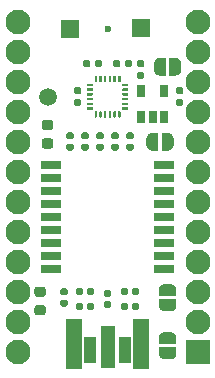
<source format=gbr>
%TF.GenerationSoftware,KiCad,Pcbnew,5.1.9+dfsg1-1~bpo10+1*%
%TF.CreationDate,Date%
%TF.ProjectId,POS,504f532e-6b69-4636-9164-5f7063625858,v3.3*%
%TF.SameCoordinates,Original*%
%TF.FileFunction,Soldermask,Top*%
%TF.FilePolarity,Negative*%
%FSLAX46Y46*%
G04 Gerber Fmt 4.6, Leading zero omitted, Abs format (unit mm)*
G04 Created by KiCad*
%MOMM*%
%LPD*%
G01*
G04 APERTURE LIST*
%ADD10R,2.100000X2.100000*%
%ADD11C,2.100000*%
%ADD12C,0.600000*%
%ADD13R,0.650000X1.060000*%
%ADD14C,1.500000*%
%ADD15C,0.100000*%
%ADD16R,1.500000X1.500000*%
%ADD17R,1.050000X2.200000*%
%ADD18R,1.000000X1.050000*%
%ADD19R,1.270000X3.600000*%
%ADD20R,1.350000X4.200000*%
%ADD21R,1.800000X0.700000*%
%ADD22R,1.800000X0.800000*%
G04 APERTURE END LIST*
D10*
%TO.C,A1*%
X0Y0D03*
D11*
X0Y2540000D03*
X0Y5080000D03*
X-15240000Y27940000D03*
X0Y7620000D03*
X-15240000Y25400000D03*
X0Y10160000D03*
X-15240000Y22860000D03*
X0Y12700000D03*
X-15240000Y20320000D03*
X0Y15240000D03*
X-15240000Y17780000D03*
X0Y17780000D03*
X-15240000Y15240000D03*
X0Y20320000D03*
X-15240000Y12700000D03*
X0Y22860000D03*
X-15240000Y10160000D03*
X0Y25400000D03*
X-15240000Y7620000D03*
X0Y27940000D03*
X-15240000Y5080000D03*
X-15240000Y2540000D03*
X-15240000Y0D03*
%TD*%
%TO.C,R5*%
G36*
G01*
X-5542500Y17970000D02*
X-5887500Y17970000D01*
G75*
G02*
X-6035000Y18117500I0J147500D01*
G01*
X-6035000Y18412500D01*
G75*
G02*
X-5887500Y18560000I147500J0D01*
G01*
X-5542500Y18560000D01*
G75*
G02*
X-5395000Y18412500I0J-147500D01*
G01*
X-5395000Y18117500D01*
G75*
G02*
X-5542500Y17970000I-147500J0D01*
G01*
G37*
G36*
G01*
X-5542500Y17000000D02*
X-5887500Y17000000D01*
G75*
G02*
X-6035000Y17147500I0J147500D01*
G01*
X-6035000Y17442500D01*
G75*
G02*
X-5887500Y17590000I147500J0D01*
G01*
X-5542500Y17590000D01*
G75*
G02*
X-5395000Y17442500I0J-147500D01*
G01*
X-5395000Y17147500D01*
G75*
G02*
X-5542500Y17000000I-147500J0D01*
G01*
G37*
%TD*%
%TO.C,R4*%
G36*
G01*
X-6812500Y17970000D02*
X-7157500Y17970000D01*
G75*
G02*
X-7305000Y18117500I0J147500D01*
G01*
X-7305000Y18412500D01*
G75*
G02*
X-7157500Y18560000I147500J0D01*
G01*
X-6812500Y18560000D01*
G75*
G02*
X-6665000Y18412500I0J-147500D01*
G01*
X-6665000Y18117500D01*
G75*
G02*
X-6812500Y17970000I-147500J0D01*
G01*
G37*
G36*
G01*
X-6812500Y17000000D02*
X-7157500Y17000000D01*
G75*
G02*
X-7305000Y17147500I0J147500D01*
G01*
X-7305000Y17442500D01*
G75*
G02*
X-7157500Y17590000I147500J0D01*
G01*
X-6812500Y17590000D01*
G75*
G02*
X-6665000Y17442500I0J-147500D01*
G01*
X-6665000Y17147500D01*
G75*
G02*
X-6812500Y17000000I-147500J0D01*
G01*
G37*
%TD*%
D12*
%TO.C,H2*%
X-7620000Y27305000D03*
%TD*%
D13*
%TO.C,U2*%
X-4760000Y22055000D03*
X-2860000Y22055000D03*
X-2860000Y19855000D03*
X-3810000Y19855000D03*
X-4760000Y19855000D03*
%TD*%
%TO.C,C3*%
G36*
G01*
X-4653500Y24066000D02*
X-4998500Y24066000D01*
G75*
G02*
X-5146000Y24213500I0J147500D01*
G01*
X-5146000Y24508500D01*
G75*
G02*
X-4998500Y24656000I147500J0D01*
G01*
X-4653500Y24656000D01*
G75*
G02*
X-4506000Y24508500I0J-147500D01*
G01*
X-4506000Y24213500D01*
G75*
G02*
X-4653500Y24066000I-147500J0D01*
G01*
G37*
G36*
G01*
X-4653500Y23096000D02*
X-4998500Y23096000D01*
G75*
G02*
X-5146000Y23243500I0J147500D01*
G01*
X-5146000Y23538500D01*
G75*
G02*
X-4998500Y23686000I147500J0D01*
G01*
X-4653500Y23686000D01*
G75*
G02*
X-4506000Y23538500I0J-147500D01*
G01*
X-4506000Y23243500D01*
G75*
G02*
X-4653500Y23096000I-147500J0D01*
G01*
G37*
%TD*%
%TO.C,C2*%
G36*
G01*
X-1351500Y21780000D02*
X-1696500Y21780000D01*
G75*
G02*
X-1844000Y21927500I0J147500D01*
G01*
X-1844000Y22222500D01*
G75*
G02*
X-1696500Y22370000I147500J0D01*
G01*
X-1351500Y22370000D01*
G75*
G02*
X-1204000Y22222500I0J-147500D01*
G01*
X-1204000Y21927500D01*
G75*
G02*
X-1351500Y21780000I-147500J0D01*
G01*
G37*
G36*
G01*
X-1351500Y20810000D02*
X-1696500Y20810000D01*
G75*
G02*
X-1844000Y20957500I0J147500D01*
G01*
X-1844000Y21252500D01*
G75*
G02*
X-1696500Y21400000I147500J0D01*
G01*
X-1351500Y21400000D01*
G75*
G02*
X-1204000Y21252500I0J-147500D01*
G01*
X-1204000Y20957500D01*
G75*
G02*
X-1351500Y20810000I-147500J0D01*
G01*
G37*
%TD*%
%TO.C,C1*%
G36*
G01*
X-8427500Y17590000D02*
X-8082500Y17590000D01*
G75*
G02*
X-7935000Y17442500I0J-147500D01*
G01*
X-7935000Y17147500D01*
G75*
G02*
X-8082500Y17000000I-147500J0D01*
G01*
X-8427500Y17000000D01*
G75*
G02*
X-8575000Y17147500I0J147500D01*
G01*
X-8575000Y17442500D01*
G75*
G02*
X-8427500Y17590000I147500J0D01*
G01*
G37*
G36*
G01*
X-8427500Y18560000D02*
X-8082500Y18560000D01*
G75*
G02*
X-7935000Y18412500I0J-147500D01*
G01*
X-7935000Y18117500D01*
G75*
G02*
X-8082500Y17970000I-147500J0D01*
G01*
X-8427500Y17970000D01*
G75*
G02*
X-8575000Y18117500I0J147500D01*
G01*
X-8575000Y18412500D01*
G75*
G02*
X-8427500Y18560000I147500J0D01*
G01*
G37*
%TD*%
D14*
%TO.C,TP4*%
X-12700000Y21590000D03*
%TD*%
D15*
%TO.C,JP1*%
G36*
X-1890000Y24879398D02*
G01*
X-1865466Y24879398D01*
X-1816635Y24874588D01*
X-1768510Y24865016D01*
X-1721555Y24850772D01*
X-1676222Y24831995D01*
X-1632949Y24808864D01*
X-1592150Y24781604D01*
X-1554221Y24750476D01*
X-1519524Y24715779D01*
X-1488396Y24677850D01*
X-1461136Y24637051D01*
X-1438005Y24593778D01*
X-1419228Y24548445D01*
X-1404984Y24501490D01*
X-1395412Y24453365D01*
X-1390602Y24404534D01*
X-1390602Y24380000D01*
X-1390000Y24380000D01*
X-1390000Y23880000D01*
X-1390602Y23880000D01*
X-1390602Y23855466D01*
X-1395412Y23806635D01*
X-1404984Y23758510D01*
X-1419228Y23711555D01*
X-1438005Y23666222D01*
X-1461136Y23622949D01*
X-1488396Y23582150D01*
X-1519524Y23544221D01*
X-1554221Y23509524D01*
X-1592150Y23478396D01*
X-1632949Y23451136D01*
X-1676222Y23428005D01*
X-1721555Y23409228D01*
X-1768510Y23394984D01*
X-1816635Y23385412D01*
X-1865466Y23380602D01*
X-1890000Y23380602D01*
X-1890000Y23380000D01*
X-2390000Y23380000D01*
X-2390000Y24880000D01*
X-1890000Y24880000D01*
X-1890000Y24879398D01*
G37*
G36*
X-2690000Y23380000D02*
G01*
X-3190000Y23380000D01*
X-3190000Y23380602D01*
X-3214534Y23380602D01*
X-3263365Y23385412D01*
X-3311490Y23394984D01*
X-3358445Y23409228D01*
X-3403778Y23428005D01*
X-3447051Y23451136D01*
X-3487850Y23478396D01*
X-3525779Y23509524D01*
X-3560476Y23544221D01*
X-3591604Y23582150D01*
X-3618864Y23622949D01*
X-3641995Y23666222D01*
X-3660772Y23711555D01*
X-3675016Y23758510D01*
X-3684588Y23806635D01*
X-3689398Y23855466D01*
X-3689398Y23880000D01*
X-3690000Y23880000D01*
X-3690000Y24380000D01*
X-3689398Y24380000D01*
X-3689398Y24404534D01*
X-3684588Y24453365D01*
X-3675016Y24501490D01*
X-3660772Y24548445D01*
X-3641995Y24593778D01*
X-3618864Y24637051D01*
X-3591604Y24677850D01*
X-3560476Y24715779D01*
X-3525779Y24750476D01*
X-3487850Y24781604D01*
X-3447051Y24808864D01*
X-3403778Y24831995D01*
X-3358445Y24850772D01*
X-3311490Y24865016D01*
X-3263365Y24874588D01*
X-3214534Y24879398D01*
X-3190000Y24879398D01*
X-3190000Y24880000D01*
X-2690000Y24880000D01*
X-2690000Y23380000D01*
G37*
%TD*%
%TO.C,JP3*%
G36*
X-3290000Y4722000D02*
G01*
X-3290000Y5222000D01*
X-3289398Y5222000D01*
X-3289398Y5246534D01*
X-3284588Y5295365D01*
X-3275016Y5343490D01*
X-3260772Y5390445D01*
X-3241995Y5435778D01*
X-3218864Y5479051D01*
X-3191604Y5519850D01*
X-3160476Y5557779D01*
X-3125779Y5592476D01*
X-3087850Y5623604D01*
X-3047051Y5650864D01*
X-3003778Y5673995D01*
X-2958445Y5692772D01*
X-2911490Y5707016D01*
X-2863365Y5716588D01*
X-2814534Y5721398D01*
X-2790000Y5721398D01*
X-2790000Y5722000D01*
X-2290000Y5722000D01*
X-2290000Y5721398D01*
X-2265466Y5721398D01*
X-2216635Y5716588D01*
X-2168510Y5707016D01*
X-2121555Y5692772D01*
X-2076222Y5673995D01*
X-2032949Y5650864D01*
X-1992150Y5623604D01*
X-1954221Y5592476D01*
X-1919524Y5557779D01*
X-1888396Y5519850D01*
X-1861136Y5479051D01*
X-1838005Y5435778D01*
X-1819228Y5390445D01*
X-1804984Y5343490D01*
X-1795412Y5295365D01*
X-1790602Y5246534D01*
X-1790602Y5222000D01*
X-1790000Y5222000D01*
X-1790000Y4722000D01*
X-3290000Y4722000D01*
G37*
G36*
X-1790602Y3922000D02*
G01*
X-1790602Y3897466D01*
X-1795412Y3848635D01*
X-1804984Y3800510D01*
X-1819228Y3753555D01*
X-1838005Y3708222D01*
X-1861136Y3664949D01*
X-1888396Y3624150D01*
X-1919524Y3586221D01*
X-1954221Y3551524D01*
X-1992150Y3520396D01*
X-2032949Y3493136D01*
X-2076222Y3470005D01*
X-2121555Y3451228D01*
X-2168510Y3436984D01*
X-2216635Y3427412D01*
X-2265466Y3422602D01*
X-2290000Y3422602D01*
X-2290000Y3422000D01*
X-2790000Y3422000D01*
X-2790000Y3422602D01*
X-2814534Y3422602D01*
X-2863365Y3427412D01*
X-2911490Y3436984D01*
X-2958445Y3451228D01*
X-3003778Y3470005D01*
X-3047051Y3493136D01*
X-3087850Y3520396D01*
X-3125779Y3551524D01*
X-3160476Y3586221D01*
X-3191604Y3624150D01*
X-3218864Y3664949D01*
X-3241995Y3708222D01*
X-3260772Y3753555D01*
X-3275016Y3800510D01*
X-3284588Y3848635D01*
X-3289398Y3897466D01*
X-3289398Y3922000D01*
X-3290000Y3922000D01*
X-3290000Y4422000D01*
X-1790000Y4422000D01*
X-1790000Y3922000D01*
X-1790602Y3922000D01*
G37*
%TD*%
%TO.C,C4*%
G36*
G01*
X-9697500Y17590000D02*
X-9352500Y17590000D01*
G75*
G02*
X-9205000Y17442500I0J-147500D01*
G01*
X-9205000Y17147500D01*
G75*
G02*
X-9352500Y17000000I-147500J0D01*
G01*
X-9697500Y17000000D01*
G75*
G02*
X-9845000Y17147500I0J147500D01*
G01*
X-9845000Y17442500D01*
G75*
G02*
X-9697500Y17590000I147500J0D01*
G01*
G37*
G36*
G01*
X-9697500Y18560000D02*
X-9352500Y18560000D01*
G75*
G02*
X-9205000Y18412500I0J-147500D01*
G01*
X-9205000Y18117500D01*
G75*
G02*
X-9352500Y17970000I-147500J0D01*
G01*
X-9697500Y17970000D01*
G75*
G02*
X-9845000Y18117500I0J147500D01*
G01*
X-9845000Y18412500D01*
G75*
G02*
X-9697500Y18560000I147500J0D01*
G01*
G37*
%TD*%
%TO.C,C7*%
G36*
G01*
X-10332500Y21400000D02*
X-9987500Y21400000D01*
G75*
G02*
X-9840000Y21252500I0J-147500D01*
G01*
X-9840000Y20957500D01*
G75*
G02*
X-9987500Y20810000I-147500J0D01*
G01*
X-10332500Y20810000D01*
G75*
G02*
X-10480000Y20957500I0J147500D01*
G01*
X-10480000Y21252500D01*
G75*
G02*
X-10332500Y21400000I147500J0D01*
G01*
G37*
G36*
G01*
X-10332500Y22370000D02*
X-9987500Y22370000D01*
G75*
G02*
X-9840000Y22222500I0J-147500D01*
G01*
X-9840000Y21927500D01*
G75*
G02*
X-9987500Y21780000I-147500J0D01*
G01*
X-10332500Y21780000D01*
G75*
G02*
X-10480000Y21927500I0J147500D01*
G01*
X-10480000Y22222500D01*
G75*
G02*
X-10332500Y22370000I147500J0D01*
G01*
G37*
%TD*%
%TO.C,C9*%
G36*
G01*
X-11475500Y4405000D02*
X-11130500Y4405000D01*
G75*
G02*
X-10983000Y4257500I0J-147500D01*
G01*
X-10983000Y3962500D01*
G75*
G02*
X-11130500Y3815000I-147500J0D01*
G01*
X-11475500Y3815000D01*
G75*
G02*
X-11623000Y3962500I0J147500D01*
G01*
X-11623000Y4257500D01*
G75*
G02*
X-11475500Y4405000I147500J0D01*
G01*
G37*
G36*
G01*
X-11475500Y5375000D02*
X-11130500Y5375000D01*
G75*
G02*
X-10983000Y5227500I0J-147500D01*
G01*
X-10983000Y4932500D01*
G75*
G02*
X-11130500Y4785000I-147500J0D01*
G01*
X-11475500Y4785000D01*
G75*
G02*
X-11623000Y4932500I0J147500D01*
G01*
X-11623000Y5227500D01*
G75*
G02*
X-11475500Y5375000I147500J0D01*
G01*
G37*
%TD*%
%TO.C,JP4*%
G36*
X-3825000Y17030602D02*
G01*
X-3849534Y17030602D01*
X-3898365Y17035412D01*
X-3946490Y17044984D01*
X-3993445Y17059228D01*
X-4038778Y17078005D01*
X-4082051Y17101136D01*
X-4122850Y17128396D01*
X-4160779Y17159524D01*
X-4195476Y17194221D01*
X-4226604Y17232150D01*
X-4253864Y17272949D01*
X-4276995Y17316222D01*
X-4295772Y17361555D01*
X-4310016Y17408510D01*
X-4319588Y17456635D01*
X-4324398Y17505466D01*
X-4324398Y17530000D01*
X-4325000Y17530000D01*
X-4325000Y18030000D01*
X-4324398Y18030000D01*
X-4324398Y18054534D01*
X-4319588Y18103365D01*
X-4310016Y18151490D01*
X-4295772Y18198445D01*
X-4276995Y18243778D01*
X-4253864Y18287051D01*
X-4226604Y18327850D01*
X-4195476Y18365779D01*
X-4160779Y18400476D01*
X-4122850Y18431604D01*
X-4082051Y18458864D01*
X-4038778Y18481995D01*
X-3993445Y18500772D01*
X-3946490Y18515016D01*
X-3898365Y18524588D01*
X-3849534Y18529398D01*
X-3825000Y18529398D01*
X-3825000Y18530000D01*
X-3325000Y18530000D01*
X-3325000Y17030000D01*
X-3825000Y17030000D01*
X-3825000Y17030602D01*
G37*
G36*
X-3025000Y18530000D02*
G01*
X-2525000Y18530000D01*
X-2525000Y18529398D01*
X-2500466Y18529398D01*
X-2451635Y18524588D01*
X-2403510Y18515016D01*
X-2356555Y18500772D01*
X-2311222Y18481995D01*
X-2267949Y18458864D01*
X-2227150Y18431604D01*
X-2189221Y18400476D01*
X-2154524Y18365779D01*
X-2123396Y18327850D01*
X-2096136Y18287051D01*
X-2073005Y18243778D01*
X-2054228Y18198445D01*
X-2039984Y18151490D01*
X-2030412Y18103365D01*
X-2025602Y18054534D01*
X-2025602Y18030000D01*
X-2025000Y18030000D01*
X-2025000Y17530000D01*
X-2025602Y17530000D01*
X-2025602Y17505466D01*
X-2030412Y17456635D01*
X-2039984Y17408510D01*
X-2054228Y17361555D01*
X-2073005Y17316222D01*
X-2096136Y17272949D01*
X-2123396Y17232150D01*
X-2154524Y17194221D01*
X-2189221Y17159524D01*
X-2227150Y17128396D01*
X-2267949Y17101136D01*
X-2311222Y17078005D01*
X-2356555Y17059228D01*
X-2403510Y17044984D01*
X-2451635Y17035412D01*
X-2500466Y17030602D01*
X-2525000Y17030602D01*
X-2525000Y17030000D01*
X-3025000Y17030000D01*
X-3025000Y18530000D01*
G37*
%TD*%
D16*
%TO.C,TP6*%
X-4826000Y27432000D03*
%TD*%
%TO.C,TP5*%
X-10795000Y27305000D03*
%TD*%
%TO.C,C6*%
G36*
G01*
X-6160000Y24211500D02*
X-6160000Y24556500D01*
G75*
G02*
X-6012500Y24704000I147500J0D01*
G01*
X-5717500Y24704000D01*
G75*
G02*
X-5570000Y24556500I0J-147500D01*
G01*
X-5570000Y24211500D01*
G75*
G02*
X-5717500Y24064000I-147500J0D01*
G01*
X-6012500Y24064000D01*
G75*
G02*
X-6160000Y24211500I0J147500D01*
G01*
G37*
G36*
G01*
X-7130000Y24211500D02*
X-7130000Y24556500D01*
G75*
G02*
X-6982500Y24704000I147500J0D01*
G01*
X-6687500Y24704000D01*
G75*
G02*
X-6540000Y24556500I0J-147500D01*
G01*
X-6540000Y24211500D01*
G75*
G02*
X-6687500Y24064000I-147500J0D01*
G01*
X-6982500Y24064000D01*
G75*
G02*
X-7130000Y24211500I0J147500D01*
G01*
G37*
%TD*%
%TO.C,C5*%
G36*
G01*
X-9080000Y24556500D02*
X-9080000Y24211500D01*
G75*
G02*
X-9227500Y24064000I-147500J0D01*
G01*
X-9522500Y24064000D01*
G75*
G02*
X-9670000Y24211500I0J147500D01*
G01*
X-9670000Y24556500D01*
G75*
G02*
X-9522500Y24704000I147500J0D01*
G01*
X-9227500Y24704000D01*
G75*
G02*
X-9080000Y24556500I0J-147500D01*
G01*
G37*
G36*
G01*
X-8110000Y24556500D02*
X-8110000Y24211500D01*
G75*
G02*
X-8257500Y24064000I-147500J0D01*
G01*
X-8552500Y24064000D01*
G75*
G02*
X-8700000Y24211500I0J147500D01*
G01*
X-8700000Y24556500D01*
G75*
G02*
X-8552500Y24704000I147500J0D01*
G01*
X-8257500Y24704000D01*
G75*
G02*
X-8110000Y24556500I0J-147500D01*
G01*
G37*
%TD*%
%TO.C,U1*%
G36*
G01*
X-6670000Y20365000D02*
X-6570000Y20365000D01*
G75*
G02*
X-6520000Y20315000I0J-50000D01*
G01*
X-6520000Y19865000D01*
G75*
G02*
X-6570000Y19815000I-50000J0D01*
G01*
X-6670000Y19815000D01*
G75*
G02*
X-6720000Y19865000I0J50000D01*
G01*
X-6720000Y20315000D01*
G75*
G02*
X-6670000Y20365000I50000J0D01*
G01*
G37*
G36*
G01*
X-7070000Y20365000D02*
X-6970000Y20365000D01*
G75*
G02*
X-6920000Y20315000I0J-50000D01*
G01*
X-6920000Y19865000D01*
G75*
G02*
X-6970000Y19815000I-50000J0D01*
G01*
X-7070000Y19815000D01*
G75*
G02*
X-7120000Y19865000I0J50000D01*
G01*
X-7120000Y20315000D01*
G75*
G02*
X-7070000Y20365000I50000J0D01*
G01*
G37*
G36*
G01*
X-7470000Y20365000D02*
X-7370000Y20365000D01*
G75*
G02*
X-7320000Y20315000I0J-50000D01*
G01*
X-7320000Y19865000D01*
G75*
G02*
X-7370000Y19815000I-50000J0D01*
G01*
X-7470000Y19815000D01*
G75*
G02*
X-7520000Y19865000I0J50000D01*
G01*
X-7520000Y20315000D01*
G75*
G02*
X-7470000Y20365000I50000J0D01*
G01*
G37*
G36*
G01*
X-7870000Y20365000D02*
X-7770000Y20365000D01*
G75*
G02*
X-7720000Y20315000I0J-50000D01*
G01*
X-7720000Y19865000D01*
G75*
G02*
X-7770000Y19815000I-50000J0D01*
G01*
X-7870000Y19815000D01*
G75*
G02*
X-7920000Y19865000I0J50000D01*
G01*
X-7920000Y20315000D01*
G75*
G02*
X-7870000Y20365000I50000J0D01*
G01*
G37*
G36*
G01*
X-8270000Y20365000D02*
X-8170000Y20365000D01*
G75*
G02*
X-8120000Y20315000I0J-50000D01*
G01*
X-8120000Y19865000D01*
G75*
G02*
X-8170000Y19815000I-50000J0D01*
G01*
X-8270000Y19815000D01*
G75*
G02*
X-8320000Y19865000I0J50000D01*
G01*
X-8320000Y20315000D01*
G75*
G02*
X-8270000Y20365000I50000J0D01*
G01*
G37*
G36*
G01*
X-8670000Y20365000D02*
X-8570000Y20365000D01*
G75*
G02*
X-8520000Y20315000I0J-50000D01*
G01*
X-8520000Y19865000D01*
G75*
G02*
X-8570000Y19815000I-50000J0D01*
G01*
X-8670000Y19815000D01*
G75*
G02*
X-8720000Y19865000I0J50000D01*
G01*
X-8720000Y20315000D01*
G75*
G02*
X-8670000Y20365000I50000J0D01*
G01*
G37*
G36*
G01*
X-8845000Y20640000D02*
X-8845000Y20540000D01*
G75*
G02*
X-8895000Y20490000I-50000J0D01*
G01*
X-9345000Y20490000D01*
G75*
G02*
X-9395000Y20540000I0J50000D01*
G01*
X-9395000Y20640000D01*
G75*
G02*
X-9345000Y20690000I50000J0D01*
G01*
X-8895000Y20690000D01*
G75*
G02*
X-8845000Y20640000I0J-50000D01*
G01*
G37*
G36*
G01*
X-8845000Y21040000D02*
X-8845000Y20940000D01*
G75*
G02*
X-8895000Y20890000I-50000J0D01*
G01*
X-9345000Y20890000D01*
G75*
G02*
X-9395000Y20940000I0J50000D01*
G01*
X-9395000Y21040000D01*
G75*
G02*
X-9345000Y21090000I50000J0D01*
G01*
X-8895000Y21090000D01*
G75*
G02*
X-8845000Y21040000I0J-50000D01*
G01*
G37*
G36*
G01*
X-8845000Y21440000D02*
X-8845000Y21340000D01*
G75*
G02*
X-8895000Y21290000I-50000J0D01*
G01*
X-9345000Y21290000D01*
G75*
G02*
X-9395000Y21340000I0J50000D01*
G01*
X-9395000Y21440000D01*
G75*
G02*
X-9345000Y21490000I50000J0D01*
G01*
X-8895000Y21490000D01*
G75*
G02*
X-8845000Y21440000I0J-50000D01*
G01*
G37*
G36*
G01*
X-8845000Y21840000D02*
X-8845000Y21740000D01*
G75*
G02*
X-8895000Y21690000I-50000J0D01*
G01*
X-9345000Y21690000D01*
G75*
G02*
X-9395000Y21740000I0J50000D01*
G01*
X-9395000Y21840000D01*
G75*
G02*
X-9345000Y21890000I50000J0D01*
G01*
X-8895000Y21890000D01*
G75*
G02*
X-8845000Y21840000I0J-50000D01*
G01*
G37*
G36*
G01*
X-8845000Y22240000D02*
X-8845000Y22140000D01*
G75*
G02*
X-8895000Y22090000I-50000J0D01*
G01*
X-9345000Y22090000D01*
G75*
G02*
X-9395000Y22140000I0J50000D01*
G01*
X-9395000Y22240000D01*
G75*
G02*
X-9345000Y22290000I50000J0D01*
G01*
X-8895000Y22290000D01*
G75*
G02*
X-8845000Y22240000I0J-50000D01*
G01*
G37*
G36*
G01*
X-8845000Y22640000D02*
X-8845000Y22540000D01*
G75*
G02*
X-8895000Y22490000I-50000J0D01*
G01*
X-9345000Y22490000D01*
G75*
G02*
X-9395000Y22540000I0J50000D01*
G01*
X-9395000Y22640000D01*
G75*
G02*
X-9345000Y22690000I50000J0D01*
G01*
X-8895000Y22690000D01*
G75*
G02*
X-8845000Y22640000I0J-50000D01*
G01*
G37*
G36*
G01*
X-8670000Y23365000D02*
X-8570000Y23365000D01*
G75*
G02*
X-8520000Y23315000I0J-50000D01*
G01*
X-8520000Y22865000D01*
G75*
G02*
X-8570000Y22815000I-50000J0D01*
G01*
X-8670000Y22815000D01*
G75*
G02*
X-8720000Y22865000I0J50000D01*
G01*
X-8720000Y23315000D01*
G75*
G02*
X-8670000Y23365000I50000J0D01*
G01*
G37*
G36*
G01*
X-8270000Y23365000D02*
X-8170000Y23365000D01*
G75*
G02*
X-8120000Y23315000I0J-50000D01*
G01*
X-8120000Y22865000D01*
G75*
G02*
X-8170000Y22815000I-50000J0D01*
G01*
X-8270000Y22815000D01*
G75*
G02*
X-8320000Y22865000I0J50000D01*
G01*
X-8320000Y23315000D01*
G75*
G02*
X-8270000Y23365000I50000J0D01*
G01*
G37*
G36*
G01*
X-7870000Y23365000D02*
X-7770000Y23365000D01*
G75*
G02*
X-7720000Y23315000I0J-50000D01*
G01*
X-7720000Y22865000D01*
G75*
G02*
X-7770000Y22815000I-50000J0D01*
G01*
X-7870000Y22815000D01*
G75*
G02*
X-7920000Y22865000I0J50000D01*
G01*
X-7920000Y23315000D01*
G75*
G02*
X-7870000Y23365000I50000J0D01*
G01*
G37*
G36*
G01*
X-7470000Y23365000D02*
X-7370000Y23365000D01*
G75*
G02*
X-7320000Y23315000I0J-50000D01*
G01*
X-7320000Y22865000D01*
G75*
G02*
X-7370000Y22815000I-50000J0D01*
G01*
X-7470000Y22815000D01*
G75*
G02*
X-7520000Y22865000I0J50000D01*
G01*
X-7520000Y23315000D01*
G75*
G02*
X-7470000Y23365000I50000J0D01*
G01*
G37*
G36*
G01*
X-7070000Y23365000D02*
X-6970000Y23365000D01*
G75*
G02*
X-6920000Y23315000I0J-50000D01*
G01*
X-6920000Y22865000D01*
G75*
G02*
X-6970000Y22815000I-50000J0D01*
G01*
X-7070000Y22815000D01*
G75*
G02*
X-7120000Y22865000I0J50000D01*
G01*
X-7120000Y23315000D01*
G75*
G02*
X-7070000Y23365000I50000J0D01*
G01*
G37*
G36*
G01*
X-6670000Y23365000D02*
X-6570000Y23365000D01*
G75*
G02*
X-6520000Y23315000I0J-50000D01*
G01*
X-6520000Y22865000D01*
G75*
G02*
X-6570000Y22815000I-50000J0D01*
G01*
X-6670000Y22815000D01*
G75*
G02*
X-6720000Y22865000I0J50000D01*
G01*
X-6720000Y23315000D01*
G75*
G02*
X-6670000Y23365000I50000J0D01*
G01*
G37*
G36*
G01*
X-5845000Y22640000D02*
X-5845000Y22540000D01*
G75*
G02*
X-5895000Y22490000I-50000J0D01*
G01*
X-6345000Y22490000D01*
G75*
G02*
X-6395000Y22540000I0J50000D01*
G01*
X-6395000Y22640000D01*
G75*
G02*
X-6345000Y22690000I50000J0D01*
G01*
X-5895000Y22690000D01*
G75*
G02*
X-5845000Y22640000I0J-50000D01*
G01*
G37*
G36*
G01*
X-5845000Y22240000D02*
X-5845000Y22140000D01*
G75*
G02*
X-5895000Y22090000I-50000J0D01*
G01*
X-6345000Y22090000D01*
G75*
G02*
X-6395000Y22140000I0J50000D01*
G01*
X-6395000Y22240000D01*
G75*
G02*
X-6345000Y22290000I50000J0D01*
G01*
X-5895000Y22290000D01*
G75*
G02*
X-5845000Y22240000I0J-50000D01*
G01*
G37*
G36*
G01*
X-5845000Y21840000D02*
X-5845000Y21740000D01*
G75*
G02*
X-5895000Y21690000I-50000J0D01*
G01*
X-6345000Y21690000D01*
G75*
G02*
X-6395000Y21740000I0J50000D01*
G01*
X-6395000Y21840000D01*
G75*
G02*
X-6345000Y21890000I50000J0D01*
G01*
X-5895000Y21890000D01*
G75*
G02*
X-5845000Y21840000I0J-50000D01*
G01*
G37*
G36*
G01*
X-5845000Y21440000D02*
X-5845000Y21340000D01*
G75*
G02*
X-5895000Y21290000I-50000J0D01*
G01*
X-6345000Y21290000D01*
G75*
G02*
X-6395000Y21340000I0J50000D01*
G01*
X-6395000Y21440000D01*
G75*
G02*
X-6345000Y21490000I50000J0D01*
G01*
X-5895000Y21490000D01*
G75*
G02*
X-5845000Y21440000I0J-50000D01*
G01*
G37*
G36*
G01*
X-5845000Y21040000D02*
X-5845000Y20940000D01*
G75*
G02*
X-5895000Y20890000I-50000J0D01*
G01*
X-6345000Y20890000D01*
G75*
G02*
X-6395000Y20940000I0J50000D01*
G01*
X-6395000Y21040000D01*
G75*
G02*
X-6345000Y21090000I50000J0D01*
G01*
X-5895000Y21090000D01*
G75*
G02*
X-5845000Y21040000I0J-50000D01*
G01*
G37*
G36*
G01*
X-5845000Y20640000D02*
X-5845000Y20540000D01*
G75*
G02*
X-5895000Y20490000I-50000J0D01*
G01*
X-6345000Y20490000D01*
G75*
G02*
X-6395000Y20540000I0J50000D01*
G01*
X-6395000Y20640000D01*
G75*
G02*
X-6345000Y20690000I50000J0D01*
G01*
X-5895000Y20690000D01*
G75*
G02*
X-5845000Y20640000I0J-50000D01*
G01*
G37*
%TD*%
D15*
%TO.C,JP2*%
G36*
X-1790602Y-142000D02*
G01*
X-1790602Y-166534D01*
X-1795412Y-215365D01*
X-1804984Y-263490D01*
X-1819228Y-310445D01*
X-1838005Y-355778D01*
X-1861136Y-399051D01*
X-1888396Y-439850D01*
X-1919524Y-477779D01*
X-1954221Y-512476D01*
X-1992150Y-543604D01*
X-2032949Y-570864D01*
X-2076222Y-593995D01*
X-2121555Y-612772D01*
X-2168510Y-627016D01*
X-2216635Y-636588D01*
X-2265466Y-641398D01*
X-2290000Y-641398D01*
X-2290000Y-642000D01*
X-2790000Y-642000D01*
X-2790000Y-641398D01*
X-2814534Y-641398D01*
X-2863365Y-636588D01*
X-2911490Y-627016D01*
X-2958445Y-612772D01*
X-3003778Y-593995D01*
X-3047051Y-570864D01*
X-3087850Y-543604D01*
X-3125779Y-512476D01*
X-3160476Y-477779D01*
X-3191604Y-439850D01*
X-3218864Y-399051D01*
X-3241995Y-355778D01*
X-3260772Y-310445D01*
X-3275016Y-263490D01*
X-3284588Y-215365D01*
X-3289398Y-166534D01*
X-3289398Y-142000D01*
X-3290000Y-142000D01*
X-3290000Y358000D01*
X-1790000Y358000D01*
X-1790000Y-142000D01*
X-1790602Y-142000D01*
G37*
G36*
X-3290000Y658000D02*
G01*
X-3290000Y1158000D01*
X-3289398Y1158000D01*
X-3289398Y1182534D01*
X-3284588Y1231365D01*
X-3275016Y1279490D01*
X-3260772Y1326445D01*
X-3241995Y1371778D01*
X-3218864Y1415051D01*
X-3191604Y1455850D01*
X-3160476Y1493779D01*
X-3125779Y1528476D01*
X-3087850Y1559604D01*
X-3047051Y1586864D01*
X-3003778Y1609995D01*
X-2958445Y1628772D01*
X-2911490Y1643016D01*
X-2863365Y1652588D01*
X-2814534Y1657398D01*
X-2790000Y1657398D01*
X-2790000Y1658000D01*
X-2290000Y1658000D01*
X-2290000Y1657398D01*
X-2265466Y1657398D01*
X-2216635Y1652588D01*
X-2168510Y1643016D01*
X-2121555Y1628772D01*
X-2076222Y1609995D01*
X-2032949Y1586864D01*
X-1992150Y1559604D01*
X-1954221Y1528476D01*
X-1919524Y1493779D01*
X-1888396Y1455850D01*
X-1861136Y1415051D01*
X-1838005Y1371778D01*
X-1819228Y1326445D01*
X-1804984Y1279490D01*
X-1795412Y1231365D01*
X-1790602Y1182534D01*
X-1790602Y1158000D01*
X-1790000Y1158000D01*
X-1790000Y658000D01*
X-3290000Y658000D01*
G37*
%TD*%
D17*
%TO.C,J1*%
X-6145000Y160000D03*
D18*
X-7620000Y1685000D03*
D17*
X-9095000Y160000D03*
%TD*%
%TO.C,R3*%
G36*
G01*
X-10967500Y17590000D02*
X-10622500Y17590000D01*
G75*
G02*
X-10475000Y17442500I0J-147500D01*
G01*
X-10475000Y17147500D01*
G75*
G02*
X-10622500Y17000000I-147500J0D01*
G01*
X-10967500Y17000000D01*
G75*
G02*
X-11115000Y17147500I0J147500D01*
G01*
X-11115000Y17442500D01*
G75*
G02*
X-10967500Y17590000I147500J0D01*
G01*
G37*
G36*
G01*
X-10967500Y18560000D02*
X-10622500Y18560000D01*
G75*
G02*
X-10475000Y18412500I0J-147500D01*
G01*
X-10475000Y18117500D01*
G75*
G02*
X-10622500Y17970000I-147500J0D01*
G01*
X-10967500Y17970000D01*
G75*
G02*
X-11115000Y18117500I0J147500D01*
G01*
X-11115000Y18412500D01*
G75*
G02*
X-10967500Y18560000I147500J0D01*
G01*
G37*
%TD*%
%TO.C,D1*%
G36*
G01*
X-12443750Y18765000D02*
X-12956250Y18765000D01*
G75*
G02*
X-13175000Y18983750I0J218750D01*
G01*
X-13175000Y19421250D01*
G75*
G02*
X-12956250Y19640000I218750J0D01*
G01*
X-12443750Y19640000D01*
G75*
G02*
X-12225000Y19421250I0J-218750D01*
G01*
X-12225000Y18983750D01*
G75*
G02*
X-12443750Y18765000I-218750J0D01*
G01*
G37*
G36*
G01*
X-12443750Y17190000D02*
X-12956250Y17190000D01*
G75*
G02*
X-13175000Y17408750I0J218750D01*
G01*
X-13175000Y17846250D01*
G75*
G02*
X-12956250Y18065000I218750J0D01*
G01*
X-12443750Y18065000D01*
G75*
G02*
X-12225000Y17846250I0J-218750D01*
G01*
X-12225000Y17408750D01*
G75*
G02*
X-12443750Y17190000I-218750J0D01*
G01*
G37*
%TD*%
%TO.C,C8*%
G36*
G01*
X-13591250Y3942500D02*
X-13078750Y3942500D01*
G75*
G02*
X-12860000Y3723750I0J-218750D01*
G01*
X-12860000Y3286250D01*
G75*
G02*
X-13078750Y3067500I-218750J0D01*
G01*
X-13591250Y3067500D01*
G75*
G02*
X-13810000Y3286250I0J218750D01*
G01*
X-13810000Y3723750D01*
G75*
G02*
X-13591250Y3942500I218750J0D01*
G01*
G37*
G36*
G01*
X-13591250Y5517500D02*
X-13078750Y5517500D01*
G75*
G02*
X-12860000Y5298750I0J-218750D01*
G01*
X-12860000Y4861250D01*
G75*
G02*
X-13078750Y4642500I-218750J0D01*
G01*
X-13591250Y4642500D01*
G75*
G02*
X-13810000Y4861250I0J218750D01*
G01*
X-13810000Y5298750D01*
G75*
G02*
X-13591250Y5517500I218750J0D01*
G01*
G37*
%TD*%
%TO.C,R1*%
G36*
G01*
X-9335000Y4907500D02*
X-9335000Y5252500D01*
G75*
G02*
X-9187500Y5400000I147500J0D01*
G01*
X-8892500Y5400000D01*
G75*
G02*
X-8745000Y5252500I0J-147500D01*
G01*
X-8745000Y4907500D01*
G75*
G02*
X-8892500Y4760000I-147500J0D01*
G01*
X-9187500Y4760000D01*
G75*
G02*
X-9335000Y4907500I0J147500D01*
G01*
G37*
G36*
G01*
X-10305000Y4907500D02*
X-10305000Y5252500D01*
G75*
G02*
X-10157500Y5400000I147500J0D01*
G01*
X-9862500Y5400000D01*
G75*
G02*
X-9715000Y5252500I0J-147500D01*
G01*
X-9715000Y4907500D01*
G75*
G02*
X-9862500Y4760000I-147500J0D01*
G01*
X-10157500Y4760000D01*
G75*
G02*
X-10305000Y4907500I0J147500D01*
G01*
G37*
%TD*%
%TO.C,L1*%
G36*
G01*
X-9335000Y3637500D02*
X-9335000Y3982500D01*
G75*
G02*
X-9187500Y4130000I147500J0D01*
G01*
X-8892500Y4130000D01*
G75*
G02*
X-8745000Y3982500I0J-147500D01*
G01*
X-8745000Y3637500D01*
G75*
G02*
X-8892500Y3490000I-147500J0D01*
G01*
X-9187500Y3490000D01*
G75*
G02*
X-9335000Y3637500I0J147500D01*
G01*
G37*
G36*
G01*
X-10305000Y3637500D02*
X-10305000Y3982500D01*
G75*
G02*
X-10157500Y4130000I147500J0D01*
G01*
X-9862500Y4130000D01*
G75*
G02*
X-9715000Y3982500I0J-147500D01*
G01*
X-9715000Y3637500D01*
G75*
G02*
X-9862500Y3490000I-147500J0D01*
G01*
X-10157500Y3490000D01*
G75*
G02*
X-10305000Y3637500I0J147500D01*
G01*
G37*
%TD*%
%TO.C,R2*%
G36*
G01*
X-7447500Y4635000D02*
X-7792500Y4635000D01*
G75*
G02*
X-7940000Y4782500I0J147500D01*
G01*
X-7940000Y5077500D01*
G75*
G02*
X-7792500Y5225000I147500J0D01*
G01*
X-7447500Y5225000D01*
G75*
G02*
X-7300000Y5077500I0J-147500D01*
G01*
X-7300000Y4782500D01*
G75*
G02*
X-7447500Y4635000I-147500J0D01*
G01*
G37*
G36*
G01*
X-7447500Y3665000D02*
X-7792500Y3665000D01*
G75*
G02*
X-7940000Y3812500I0J147500D01*
G01*
X-7940000Y4107500D01*
G75*
G02*
X-7792500Y4255000I147500J0D01*
G01*
X-7447500Y4255000D01*
G75*
G02*
X-7300000Y4107500I0J-147500D01*
G01*
X-7300000Y3812500D01*
G75*
G02*
X-7447500Y3665000I-147500J0D01*
G01*
G37*
%TD*%
%TO.C,C11*%
G36*
G01*
X-5525000Y3637500D02*
X-5525000Y3982500D01*
G75*
G02*
X-5377500Y4130000I147500J0D01*
G01*
X-5082500Y4130000D01*
G75*
G02*
X-4935000Y3982500I0J-147500D01*
G01*
X-4935000Y3637500D01*
G75*
G02*
X-5082500Y3490000I-147500J0D01*
G01*
X-5377500Y3490000D01*
G75*
G02*
X-5525000Y3637500I0J147500D01*
G01*
G37*
G36*
G01*
X-6495000Y3637500D02*
X-6495000Y3982500D01*
G75*
G02*
X-6347500Y4130000I147500J0D01*
G01*
X-6052500Y4130000D01*
G75*
G02*
X-5905000Y3982500I0J-147500D01*
G01*
X-5905000Y3637500D01*
G75*
G02*
X-6052500Y3490000I-147500J0D01*
G01*
X-6347500Y3490000D01*
G75*
G02*
X-6495000Y3637500I0J147500D01*
G01*
G37*
%TD*%
%TO.C,C10*%
G36*
G01*
X-5525000Y4907500D02*
X-5525000Y5252500D01*
G75*
G02*
X-5377500Y5400000I147500J0D01*
G01*
X-5082500Y5400000D01*
G75*
G02*
X-4935000Y5252500I0J-147500D01*
G01*
X-4935000Y4907500D01*
G75*
G02*
X-5082500Y4760000I-147500J0D01*
G01*
X-5377500Y4760000D01*
G75*
G02*
X-5525000Y4907500I0J147500D01*
G01*
G37*
G36*
G01*
X-6495000Y4907500D02*
X-6495000Y5252500D01*
G75*
G02*
X-6347500Y5400000I147500J0D01*
G01*
X-6052500Y5400000D01*
G75*
G02*
X-5905000Y5252500I0J-147500D01*
G01*
X-5905000Y4907500D01*
G75*
G02*
X-6052500Y4760000I-147500J0D01*
G01*
X-6347500Y4760000D01*
G75*
G02*
X-6495000Y4907500I0J147500D01*
G01*
G37*
%TD*%
D19*
%TO.C,J2*%
X-7620000Y435000D03*
D20*
X-4795000Y635000D03*
X-10445000Y635000D03*
%TD*%
D21*
%TO.C,U3*%
X-12370000Y15830000D03*
D22*
X-12370000Y14730000D03*
X-12370000Y13630000D03*
X-12370000Y12530000D03*
X-12370000Y11430000D03*
X-12370000Y10330000D03*
X-12370000Y9230000D03*
X-12370000Y8130000D03*
D21*
X-12370000Y7030000D03*
X-2870000Y7030000D03*
D22*
X-2870000Y8130000D03*
X-2870000Y9230000D03*
X-2870000Y10330000D03*
X-2870000Y11430000D03*
X-2870000Y12530000D03*
X-2870000Y13630000D03*
X-2870000Y14730000D03*
D21*
X-2870000Y15830000D03*
%TD*%
M02*

</source>
